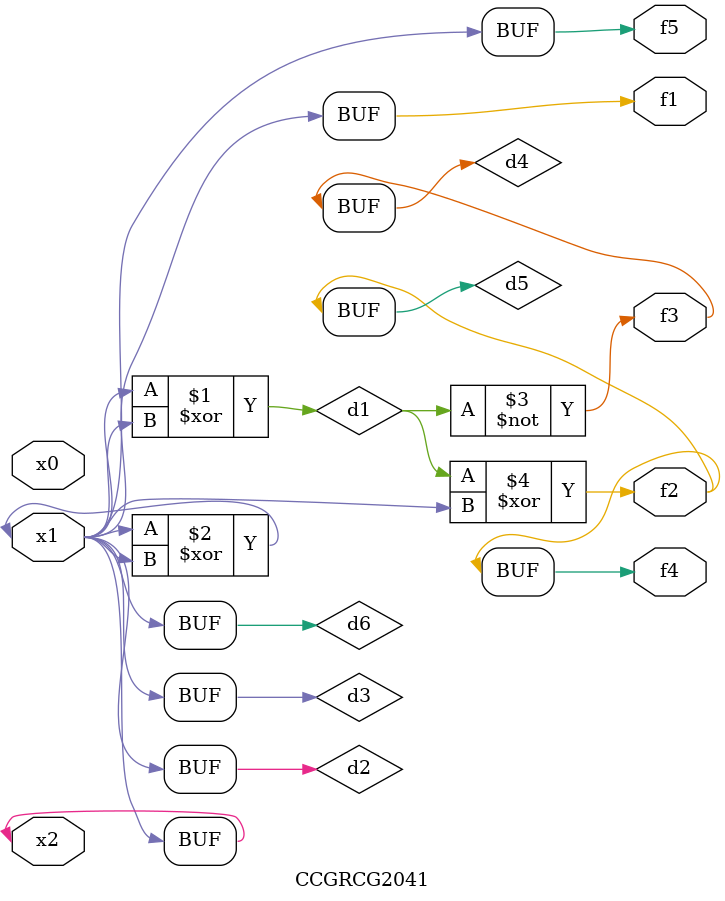
<source format=v>
module CCGRCG2041(
	input x0, x1, x2,
	output f1, f2, f3, f4, f5
);

	wire d1, d2, d3, d4, d5, d6;

	xor (d1, x1, x2);
	buf (d2, x1, x2);
	xor (d3, x1, x2);
	nor (d4, d1);
	xor (d5, d1, d2);
	buf (d6, d2, d3);
	assign f1 = d6;
	assign f2 = d5;
	assign f3 = d4;
	assign f4 = d5;
	assign f5 = d6;
endmodule

</source>
